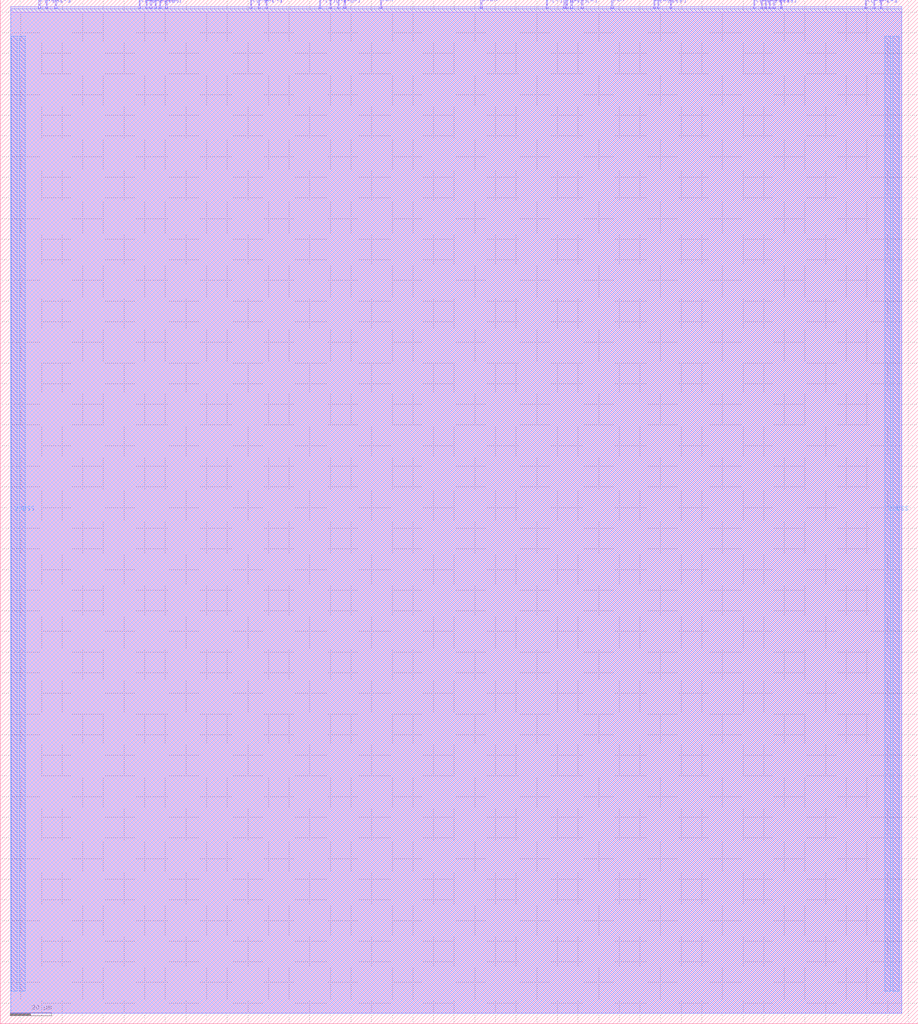
<source format=lef>
VERSION 5.7 ;
  NOWIREEXTENSIONATPIN ON ;
  DIVIDERCHAR "/" ;
  BUSBITCHARS "[]" ;
MACRO gf180_ram_512x8_wrapper
  CLASS BLOCK ;
  FOREIGN gf180_ram_512x8_wrapper ;
  ORIGIN 0.000 0.000 ;
  SIZE 444.860 BY 495.880 ;
  PIN A[0]
    DIRECTION INPUT ;
    USE SIGNAL ;
    PORT
      LAYER Metal2 ;
        RECT 264.720 491.880 265.280 495.880 ;
    END
  END A[0]
  PIN A[1]
    DIRECTION INPUT ;
    USE SIGNAL ;
    PORT
      LAYER Metal2 ;
        RECT 273.220 491.880 273.780 495.880 ;
    END
  END A[1]
  PIN A[2]
    DIRECTION INPUT ;
    USE SIGNAL ;
    PORT
      LAYER Metal2 ;
        RECT 281.720 491.880 282.280 495.880 ;
    END
  END A[2]
  PIN A[3]
    DIRECTION INPUT ;
    USE SIGNAL ;
    PORT
      LAYER Metal2 ;
        RECT 154.720 491.880 155.280 495.880 ;
    END
  END A[3]
  PIN A[4]
    DIRECTION INPUT ;
    USE SIGNAL ;
    PORT
      LAYER Metal2 ;
        RECT 159.720 491.880 160.280 495.880 ;
    END
  END A[4]
  PIN A[5]
    DIRECTION INPUT ;
    USE SIGNAL ;
    PORT
      LAYER Metal2 ;
        RECT 163.720 491.880 164.280 495.880 ;
    END
  END A[5]
  PIN A[6]
    DIRECTION INPUT ;
    USE SIGNAL ;
    PORT
      LAYER Metal2 ;
        RECT 166.720 491.880 167.280 495.880 ;
    END
  END A[6]
  PIN A[7]
    DIRECTION INPUT ;
    USE SIGNAL ;
    PORT
      LAYER Metal2 ;
        RECT 274.400 491.880 274.960 495.880 ;
    END
  END A[7]
  PIN A[8]
    DIRECTION INPUT ;
    USE SIGNAL ;
    PORT
      LAYER Metal2 ;
        RECT 276.640 491.880 277.200 495.880 ;
    END
  END A[8]
  PIN CEN
    DIRECTION INPUT ;
    USE SIGNAL ;
    PORT
      LAYER Metal2 ;
        RECT 184.220 491.880 184.780 495.880 ;
    END
  END CEN
  PIN CLK
    DIRECTION INPUT ;
    USE SIGNAL ;
    PORT
      LAYER Metal2 ;
        RECT 296.220 491.880 296.780 495.880 ;
    END
  END CLK
  PIN D[0]
    DIRECTION INPUT ;
    USE SIGNAL ;
    PORT
      LAYER Metal2 ;
        RECT 426.720 491.880 427.280 495.880 ;
    END
  END D[0]
  PIN D[1]
    DIRECTION INPUT ;
    USE SIGNAL ;
    PORT
      LAYER Metal2 ;
        RECT 374.720 491.880 375.280 495.880 ;
    END
  END D[1]
  PIN D[2]
    DIRECTION INPUT ;
    USE SIGNAL ;
    PORT
      LAYER Metal2 ;
        RECT 368.720 491.880 369.280 495.880 ;
    END
  END D[2]
  PIN D[3]
    DIRECTION INPUT ;
    USE SIGNAL ;
    PORT
      LAYER Metal2 ;
        RECT 316.720 491.880 317.280 495.880 ;
    END
  END D[3]
  PIN D[4]
    DIRECTION INPUT ;
    USE SIGNAL ;
    PORT
      LAYER Metal2 ;
        RECT 128.720 491.880 129.280 495.880 ;
    END
  END D[4]
  PIN D[5]
    DIRECTION INPUT ;
    USE SIGNAL ;
    PORT
      LAYER Metal2 ;
        RECT 77.220 491.880 77.780 495.880 ;
    END
  END D[5]
  PIN D[6]
    DIRECTION INPUT ;
    USE SIGNAL ;
    PORT
      LAYER Metal2 ;
        RECT 70.720 491.880 71.280 495.880 ;
    END
  END D[6]
  PIN D[7]
    DIRECTION INPUT ;
    USE SIGNAL ;
    PORT
      LAYER Metal2 ;
        RECT 18.720 491.880 19.280 495.880 ;
    END
  END D[7]
  PIN GWEN
    DIRECTION INPUT ;
    USE SIGNAL ;
    PORT
      LAYER Metal2 ;
        RECT 232.840 491.880 233.400 495.880 ;
    END
  END GWEN
  PIN Q[0]
    DIRECTION OUTPUT TRISTATE ;
    USE SIGNAL ;
    PORT
      LAYER Metal2 ;
        RECT 419.220 491.880 419.780 495.880 ;
    END
  END Q[0]
  PIN Q[1]
    DIRECTION OUTPUT TRISTATE ;
    USE SIGNAL ;
    PORT
      LAYER Metal2 ;
        RECT 378.220 491.880 378.780 495.880 ;
    END
  END Q[1]
  PIN Q[2]
    DIRECTION OUTPUT TRISTATE ;
    USE SIGNAL ;
    PORT
      LAYER Metal2 ;
        RECT 365.220 491.880 365.780 495.880 ;
    END
  END Q[2]
  PIN Q[3]
    DIRECTION OUTPUT TRISTATE ;
    USE SIGNAL ;
    PORT
      LAYER Metal2 ;
        RECT 324.720 491.880 325.280 495.880 ;
    END
  END Q[3]
  PIN Q[4]
    DIRECTION OUTPUT TRISTATE ;
    USE SIGNAL ;
    PORT
      LAYER Metal2 ;
        RECT 121.220 491.880 121.780 495.880 ;
    END
  END Q[4]
  PIN Q[5]
    DIRECTION OUTPUT TRISTATE ;
    USE SIGNAL ;
    PORT
      LAYER Metal2 ;
        RECT 80.220 491.880 80.780 495.880 ;
    END
  END Q[5]
  PIN Q[6]
    DIRECTION OUTPUT TRISTATE ;
    USE SIGNAL ;
    PORT
      LAYER Metal2 ;
        RECT 67.220 491.880 67.780 495.880 ;
    END
  END Q[6]
  PIN Q[7]
    DIRECTION OUTPUT TRISTATE ;
    USE SIGNAL ;
    PORT
      LAYER Metal2 ;
        RECT 26.720 491.880 27.280 495.880 ;
    END
  END Q[7]
  PIN VDD
    DIRECTION INOUT ;
    USE POWER ;
    PORT
      LAYER Metal4 ;
        RECT 5.220 15.680 8.220 478.240 ;
    END
    PORT
      LAYER Metal4 ;
        RECT 428.630 15.680 431.630 478.240 ;
    END
  END VDD
  PIN VSS
    DIRECTION INOUT ;
    USE GROUND ;
    PORT
      LAYER Metal4 ;
        RECT 9.220 15.680 12.220 478.240 ;
    END
    PORT
      LAYER Metal4 ;
        RECT 432.630 15.680 435.630 478.240 ;
    END
  END VSS
  PIN WEN[0]
    DIRECTION INPUT ;
    USE SIGNAL ;
    PORT
      LAYER Metal2 ;
        RECT 423.220 491.880 423.780 495.880 ;
    END
  END WEN[0]
  PIN WEN[1]
    DIRECTION INPUT ;
    USE SIGNAL ;
    PORT
      LAYER Metal2 ;
        RECT 372.720 491.880 373.280 495.880 ;
    END
  END WEN[1]
  PIN WEN[2]
    DIRECTION INPUT ;
    USE SIGNAL ;
    PORT
      LAYER Metal2 ;
        RECT 370.720 491.880 371.280 495.880 ;
    END
  END WEN[2]
  PIN WEN[3]
    DIRECTION INPUT ;
    USE SIGNAL ;
    PORT
      LAYER Metal2 ;
        RECT 318.720 491.880 319.280 495.880 ;
    END
  END WEN[3]
  PIN WEN[4]
    DIRECTION INPUT ;
    USE SIGNAL ;
    PORT
      LAYER Metal2 ;
        RECT 125.220 491.880 125.780 495.880 ;
    END
  END WEN[4]
  PIN WEN[5]
    DIRECTION INPUT ;
    USE SIGNAL ;
    PORT
      LAYER Metal2 ;
        RECT 74.970 491.880 75.530 495.880 ;
    END
  END WEN[5]
  PIN WEN[6]
    DIRECTION INPUT ;
    USE SIGNAL ;
    PORT
      LAYER Metal2 ;
        RECT 72.720 491.880 73.280 495.880 ;
    END
  END WEN[6]
  PIN WEN[7]
    DIRECTION INPUT ;
    USE SIGNAL ;
    PORT
      LAYER Metal2 ;
        RECT 22.220 491.880 22.780 495.880 ;
    END
  END WEN[7]
  OBS
      LAYER Metal1 ;
        RECT 5.000 5.000 436.860 489.880 ;
      LAYER Metal2 ;
        RECT 5.000 491.580 18.420 492.520 ;
        RECT 19.580 491.580 21.920 492.520 ;
        RECT 23.080 491.580 26.420 492.520 ;
        RECT 27.580 491.580 66.920 492.520 ;
        RECT 68.080 491.580 70.420 492.520 ;
        RECT 71.580 491.580 72.420 492.520 ;
        RECT 73.580 491.580 74.670 492.520 ;
        RECT 75.830 491.580 76.920 492.520 ;
        RECT 78.080 491.580 79.920 492.520 ;
        RECT 81.080 491.580 120.920 492.520 ;
        RECT 122.080 491.580 124.920 492.520 ;
        RECT 126.080 491.580 128.420 492.520 ;
        RECT 129.580 491.580 154.420 492.520 ;
        RECT 155.580 491.580 159.420 492.520 ;
        RECT 160.580 491.580 163.420 492.520 ;
        RECT 164.580 491.580 166.420 492.520 ;
        RECT 167.580 491.580 183.920 492.520 ;
        RECT 185.080 491.580 232.540 492.520 ;
        RECT 233.700 491.580 264.420 492.520 ;
        RECT 265.580 491.580 272.920 492.520 ;
        RECT 274.080 491.580 274.100 492.520 ;
        RECT 275.260 491.580 276.340 492.520 ;
        RECT 277.500 491.580 281.420 492.520 ;
        RECT 282.580 491.580 295.920 492.520 ;
        RECT 297.080 491.580 316.420 492.520 ;
        RECT 317.580 491.580 318.420 492.520 ;
        RECT 319.580 491.580 324.420 492.520 ;
        RECT 325.580 491.580 364.920 492.520 ;
        RECT 366.080 491.580 368.420 492.520 ;
        RECT 369.580 491.580 370.420 492.520 ;
        RECT 371.580 491.580 372.420 492.520 ;
        RECT 373.580 491.580 374.420 492.520 ;
        RECT 375.580 491.580 377.920 492.520 ;
        RECT 379.080 491.580 418.920 492.520 ;
        RECT 420.080 491.580 422.920 492.520 ;
        RECT 424.080 491.580 426.420 492.520 ;
        RECT 427.580 491.580 436.860 492.520 ;
        RECT 5.000 5.000 436.860 491.580 ;
      LAYER Metal3 ;
        RECT 5.000 5.000 436.860 491.540 ;
  END
END gf180_ram_512x8_wrapper
END LIBRARY


</source>
